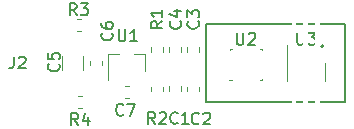
<source format=gto>
G04 #@! TF.GenerationSoftware,KiCad,Pcbnew,(5.1.0-1220-ga833aeeac)*
G04 #@! TF.CreationDate,2019-08-17T01:52:11+03:00*
G04 #@! TF.ProjectId,proto_II_sensor_kicad,70726f74-6f5f-4494-995f-73656e736f72,rev?*
G04 #@! TF.SameCoordinates,Original*
G04 #@! TF.FileFunction,Legend,Top*
G04 #@! TF.FilePolarity,Positive*
%FSLAX46Y46*%
G04 Gerber Fmt 4.6, Leading zero omitted, Abs format (unit mm)*
G04 Created by KiCad (PCBNEW (5.1.0-1220-ga833aeeac)) date 2019-08-17 01:52:11*
%MOMM*%
%LPD*%
G04 APERTURE LIST*
%ADD10C,0.150000*%
%ADD11C,0.120000*%
%ADD12C,0.100000*%
%ADD13C,1.000000*%
%ADD14R,4.000000X2.000000*%
%ADD15C,0.160000*%
%ADD16C,0.950000*%
%ADD17C,0.500000*%
%ADD18C,1.500000*%
%ADD19C,0.400000*%
%ADD20R,2.000000X0.350000*%
%ADD21R,0.800000X0.900000*%
%ADD22C,1.425000*%
G04 APERTURE END LIST*
D10*
X52500000Y-24950000D02*
X52500000Y-25150000D01*
X52500000Y-31550000D02*
X57700000Y-31550000D01*
X57700000Y-24950000D02*
X52500000Y-24950000D01*
X52500000Y-31350000D02*
X52500000Y-31550000D01*
X52500000Y-25150000D02*
X52500000Y-31350000D01*
X57700000Y-31550000D02*
X64300000Y-31550000D01*
X64300000Y-31550000D02*
X64300000Y-24950000D01*
X64300000Y-24950000D02*
X57700000Y-24950000D01*
D11*
X45982267Y-31236500D02*
X45639733Y-31236500D01*
X45982267Y-30216500D02*
X45639733Y-30216500D01*
X43717500Y-28078733D02*
X43717500Y-28421267D01*
X42697500Y-28078733D02*
X42697500Y-28421267D01*
X62597500Y-28250000D02*
X62597500Y-29750000D01*
X59377500Y-26750000D02*
X59377500Y-29750000D01*
D10*
X62487500Y-26850000D02*
G75*
G03X62487500Y-26850000I-100000J0D01*
G01*
D12*
X57267500Y-29727000D02*
X57267500Y-29577000D01*
X57257500Y-29727000D02*
X57107500Y-29727000D01*
X57257500Y-27027000D02*
X57107500Y-27027000D01*
X57257500Y-27027000D02*
X57257500Y-27177000D01*
X54557500Y-27177000D02*
X54557500Y-27027000D01*
X54557500Y-27027000D02*
X54707500Y-27027000D01*
X54707500Y-29727000D02*
X54457500Y-29727000D01*
D11*
X47391000Y-27490000D02*
X46461000Y-27490000D01*
X44231000Y-27490000D02*
X45161000Y-27490000D01*
X44231000Y-27490000D02*
X44231000Y-29650000D01*
X47391000Y-27490000D02*
X47391000Y-28950000D01*
X41702733Y-31042000D02*
X42045267Y-31042000D01*
X41702733Y-32062000D02*
X42045267Y-32062000D01*
X41575733Y-24501500D02*
X41918267Y-24501500D01*
X41575733Y-25521500D02*
X41918267Y-25521500D01*
X48861000Y-30301233D02*
X48861000Y-30643767D01*
X47841000Y-30301233D02*
X47841000Y-30643767D01*
X47841000Y-27278267D02*
X47841000Y-26935733D01*
X48861000Y-27278267D02*
X48861000Y-26935733D01*
X42149000Y-27647936D02*
X42149000Y-28852064D01*
X40329000Y-27647936D02*
X40329000Y-28852064D01*
X49365000Y-27278267D02*
X49365000Y-26935733D01*
X50385000Y-27278267D02*
X50385000Y-26935733D01*
X50889000Y-27278267D02*
X50889000Y-26935733D01*
X51909000Y-27278267D02*
X51909000Y-26935733D01*
X51910000Y-30278733D02*
X51910000Y-30621267D01*
X50890000Y-30278733D02*
X50890000Y-30621267D01*
X50385000Y-30237733D02*
X50385000Y-30580267D01*
X49365000Y-30237733D02*
X49365000Y-30580267D01*
D10*
X36266666Y-27702380D02*
X36266666Y-28416666D01*
X36219047Y-28559523D01*
X36123809Y-28654761D01*
X35980952Y-28702380D01*
X35885714Y-28702380D01*
X36695238Y-27797619D02*
X36742857Y-27750000D01*
X36838095Y-27702380D01*
X37076190Y-27702380D01*
X37171428Y-27750000D01*
X37219047Y-27797619D01*
X37266666Y-27892857D01*
X37266666Y-27988095D01*
X37219047Y-28130952D01*
X36647619Y-28702380D01*
X37266666Y-28702380D01*
X45533333Y-32607142D02*
X45485714Y-32654761D01*
X45342857Y-32702380D01*
X45247619Y-32702380D01*
X45104761Y-32654761D01*
X45009523Y-32559523D01*
X44961904Y-32464285D01*
X44914285Y-32273809D01*
X44914285Y-32130952D01*
X44961904Y-31940476D01*
X45009523Y-31845238D01*
X45104761Y-31750000D01*
X45247619Y-31702380D01*
X45342857Y-31702380D01*
X45485714Y-31750000D01*
X45533333Y-31797619D01*
X45866666Y-31702380D02*
X46533333Y-31702380D01*
X46104761Y-32702380D01*
X44557142Y-25716666D02*
X44604761Y-25764285D01*
X44652380Y-25907142D01*
X44652380Y-26002380D01*
X44604761Y-26145238D01*
X44509523Y-26240476D01*
X44414285Y-26288095D01*
X44223809Y-26335714D01*
X44080952Y-26335714D01*
X43890476Y-26288095D01*
X43795238Y-26240476D01*
X43700000Y-26145238D01*
X43652380Y-26002380D01*
X43652380Y-25907142D01*
X43700000Y-25764285D01*
X43747619Y-25716666D01*
X43652380Y-24859523D02*
X43652380Y-25050000D01*
X43700000Y-25145238D01*
X43747619Y-25192857D01*
X43890476Y-25288095D01*
X44080952Y-25335714D01*
X44461904Y-25335714D01*
X44557142Y-25288095D01*
X44604761Y-25240476D01*
X44652380Y-25145238D01*
X44652380Y-24954761D01*
X44604761Y-24859523D01*
X44557142Y-24811904D01*
X44461904Y-24764285D01*
X44223809Y-24764285D01*
X44128571Y-24811904D01*
X44080952Y-24859523D01*
X44033333Y-24954761D01*
X44033333Y-25145238D01*
X44080952Y-25240476D01*
X44128571Y-25288095D01*
X44223809Y-25335714D01*
X60238095Y-25702380D02*
X60238095Y-26511904D01*
X60285714Y-26607142D01*
X60333333Y-26654761D01*
X60428571Y-26702380D01*
X60619047Y-26702380D01*
X60714285Y-26654761D01*
X60761904Y-26607142D01*
X60809523Y-26511904D01*
X60809523Y-25702380D01*
X61190476Y-25702380D02*
X61809523Y-25702380D01*
X61476190Y-26083333D01*
X61619047Y-26083333D01*
X61714285Y-26130952D01*
X61761904Y-26178571D01*
X61809523Y-26273809D01*
X61809523Y-26511904D01*
X61761904Y-26607142D01*
X61714285Y-26654761D01*
X61619047Y-26702380D01*
X61333333Y-26702380D01*
X61238095Y-26654761D01*
X61190476Y-26607142D01*
X55138095Y-25702380D02*
X55138095Y-26511904D01*
X55185714Y-26607142D01*
X55233333Y-26654761D01*
X55328571Y-26702380D01*
X55519047Y-26702380D01*
X55614285Y-26654761D01*
X55661904Y-26607142D01*
X55709523Y-26511904D01*
X55709523Y-25702380D01*
X56138095Y-25797619D02*
X56185714Y-25750000D01*
X56280952Y-25702380D01*
X56519047Y-25702380D01*
X56614285Y-25750000D01*
X56661904Y-25797619D01*
X56709523Y-25892857D01*
X56709523Y-25988095D01*
X56661904Y-26130952D01*
X56090476Y-26702380D01*
X56709523Y-26702380D01*
X45138095Y-25402380D02*
X45138095Y-26211904D01*
X45185714Y-26307142D01*
X45233333Y-26354761D01*
X45328571Y-26402380D01*
X45519047Y-26402380D01*
X45614285Y-26354761D01*
X45661904Y-26307142D01*
X45709523Y-26211904D01*
X45709523Y-25402380D01*
X46709523Y-26402380D02*
X46138095Y-26402380D01*
X46423809Y-26402380D02*
X46423809Y-25402380D01*
X46328571Y-25545238D01*
X46233333Y-25640476D01*
X46138095Y-25688095D01*
X41707333Y-33502380D02*
X41374000Y-33026190D01*
X41135904Y-33502380D02*
X41135904Y-32502380D01*
X41516857Y-32502380D01*
X41612095Y-32550000D01*
X41659714Y-32597619D01*
X41707333Y-32692857D01*
X41707333Y-32835714D01*
X41659714Y-32930952D01*
X41612095Y-32978571D01*
X41516857Y-33026190D01*
X41135904Y-33026190D01*
X42564476Y-32835714D02*
X42564476Y-33502380D01*
X42326380Y-32454761D02*
X42088285Y-33169047D01*
X42707333Y-33169047D01*
X41580333Y-24202380D02*
X41247000Y-23726190D01*
X41008904Y-24202380D02*
X41008904Y-23202380D01*
X41389857Y-23202380D01*
X41485095Y-23250000D01*
X41532714Y-23297619D01*
X41580333Y-23392857D01*
X41580333Y-23535714D01*
X41532714Y-23630952D01*
X41485095Y-23678571D01*
X41389857Y-23726190D01*
X41008904Y-23726190D01*
X41913666Y-23202380D02*
X42532714Y-23202380D01*
X42199380Y-23583333D01*
X42342238Y-23583333D01*
X42437476Y-23630952D01*
X42485095Y-23678571D01*
X42532714Y-23773809D01*
X42532714Y-24011904D01*
X42485095Y-24107142D01*
X42437476Y-24154761D01*
X42342238Y-24202380D01*
X42056523Y-24202380D01*
X41961285Y-24154761D01*
X41913666Y-24107142D01*
X48233333Y-33402380D02*
X47900000Y-32926190D01*
X47661904Y-33402380D02*
X47661904Y-32402380D01*
X48042857Y-32402380D01*
X48138095Y-32450000D01*
X48185714Y-32497619D01*
X48233333Y-32592857D01*
X48233333Y-32735714D01*
X48185714Y-32830952D01*
X48138095Y-32878571D01*
X48042857Y-32926190D01*
X47661904Y-32926190D01*
X48614285Y-32497619D02*
X48661904Y-32450000D01*
X48757142Y-32402380D01*
X48995238Y-32402380D01*
X49090476Y-32450000D01*
X49138095Y-32497619D01*
X49185714Y-32592857D01*
X49185714Y-32688095D01*
X49138095Y-32830952D01*
X48566666Y-33402380D01*
X49185714Y-33402380D01*
X48852380Y-24716666D02*
X48376190Y-25050000D01*
X48852380Y-25288095D02*
X47852380Y-25288095D01*
X47852380Y-24907142D01*
X47900000Y-24811904D01*
X47947619Y-24764285D01*
X48042857Y-24716666D01*
X48185714Y-24716666D01*
X48280952Y-24764285D01*
X48328571Y-24811904D01*
X48376190Y-24907142D01*
X48376190Y-25288095D01*
X48852380Y-23764285D02*
X48852380Y-24335714D01*
X48852380Y-24050000D02*
X47852380Y-24050000D01*
X47995238Y-24145238D01*
X48090476Y-24240476D01*
X48138095Y-24335714D01*
X40057142Y-28316666D02*
X40104761Y-28364285D01*
X40152380Y-28507142D01*
X40152380Y-28602380D01*
X40104761Y-28745238D01*
X40009523Y-28840476D01*
X39914285Y-28888095D01*
X39723809Y-28935714D01*
X39580952Y-28935714D01*
X39390476Y-28888095D01*
X39295238Y-28840476D01*
X39200000Y-28745238D01*
X39152380Y-28602380D01*
X39152380Y-28507142D01*
X39200000Y-28364285D01*
X39247619Y-28316666D01*
X39152380Y-27411904D02*
X39152380Y-27888095D01*
X39628571Y-27935714D01*
X39580952Y-27888095D01*
X39533333Y-27792857D01*
X39533333Y-27554761D01*
X39580952Y-27459523D01*
X39628571Y-27411904D01*
X39723809Y-27364285D01*
X39961904Y-27364285D01*
X40057142Y-27411904D01*
X40104761Y-27459523D01*
X40152380Y-27554761D01*
X40152380Y-27792857D01*
X40104761Y-27888095D01*
X40057142Y-27935714D01*
X50357142Y-24716666D02*
X50404761Y-24764285D01*
X50452380Y-24907142D01*
X50452380Y-25002380D01*
X50404761Y-25145238D01*
X50309523Y-25240476D01*
X50214285Y-25288095D01*
X50023809Y-25335714D01*
X49880952Y-25335714D01*
X49690476Y-25288095D01*
X49595238Y-25240476D01*
X49500000Y-25145238D01*
X49452380Y-25002380D01*
X49452380Y-24907142D01*
X49500000Y-24764285D01*
X49547619Y-24716666D01*
X49785714Y-23859523D02*
X50452380Y-23859523D01*
X49404761Y-24097619D02*
X50119047Y-24335714D01*
X50119047Y-23716666D01*
X51857142Y-24716666D02*
X51904761Y-24764285D01*
X51952380Y-24907142D01*
X51952380Y-25002380D01*
X51904761Y-25145238D01*
X51809523Y-25240476D01*
X51714285Y-25288095D01*
X51523809Y-25335714D01*
X51380952Y-25335714D01*
X51190476Y-25288095D01*
X51095238Y-25240476D01*
X51000000Y-25145238D01*
X50952380Y-25002380D01*
X50952380Y-24907142D01*
X51000000Y-24764285D01*
X51047619Y-24716666D01*
X50952380Y-24383333D02*
X50952380Y-23764285D01*
X51333333Y-24097619D01*
X51333333Y-23954761D01*
X51380952Y-23859523D01*
X51428571Y-23811904D01*
X51523809Y-23764285D01*
X51761904Y-23764285D01*
X51857142Y-23811904D01*
X51904761Y-23859523D01*
X51952380Y-23954761D01*
X51952380Y-24240476D01*
X51904761Y-24335714D01*
X51857142Y-24383333D01*
X51934333Y-33362142D02*
X51886714Y-33409761D01*
X51743857Y-33457380D01*
X51648619Y-33457380D01*
X51505761Y-33409761D01*
X51410523Y-33314523D01*
X51362904Y-33219285D01*
X51315285Y-33028809D01*
X51315285Y-32885952D01*
X51362904Y-32695476D01*
X51410523Y-32600238D01*
X51505761Y-32505000D01*
X51648619Y-32457380D01*
X51743857Y-32457380D01*
X51886714Y-32505000D01*
X51934333Y-32552619D01*
X52315285Y-32552619D02*
X52362904Y-32505000D01*
X52458142Y-32457380D01*
X52696238Y-32457380D01*
X52791476Y-32505000D01*
X52839095Y-32552619D01*
X52886714Y-32647857D01*
X52886714Y-32743095D01*
X52839095Y-32885952D01*
X52267666Y-33457380D01*
X52886714Y-33457380D01*
X50133333Y-33307142D02*
X50085714Y-33354761D01*
X49942857Y-33402380D01*
X49847619Y-33402380D01*
X49704761Y-33354761D01*
X49609523Y-33259523D01*
X49561904Y-33164285D01*
X49514285Y-32973809D01*
X49514285Y-32830952D01*
X49561904Y-32640476D01*
X49609523Y-32545238D01*
X49704761Y-32450000D01*
X49847619Y-32402380D01*
X49942857Y-32402380D01*
X50085714Y-32450000D01*
X50133333Y-32497619D01*
X51085714Y-33402380D02*
X50514285Y-33402380D01*
X50800000Y-33402380D02*
X50800000Y-32402380D01*
X50704761Y-32545238D01*
X50609523Y-32640476D01*
X50514285Y-32688095D01*
%LPC*%
D13*
X53200000Y-25650000D03*
X53200000Y-30850000D03*
X63600000Y-30850000D03*
X58400000Y-30850000D03*
X63600000Y-25650000D03*
X58400000Y-25650000D03*
D14*
X37800000Y-30750000D03*
X37800000Y-25750000D03*
D15*
G36*
X45314387Y-30269579D02*
G01*
X45391438Y-30321062D01*
X45442921Y-30398113D01*
X45461000Y-30489000D01*
X45461000Y-30964000D01*
X45442921Y-31054887D01*
X45391438Y-31131938D01*
X45314387Y-31183421D01*
X45223500Y-31201500D01*
X44648500Y-31201500D01*
X44557613Y-31183421D01*
X44480562Y-31131938D01*
X44429079Y-31054887D01*
X44411000Y-30964000D01*
X44411000Y-30489000D01*
X44429079Y-30398113D01*
X44480562Y-30321062D01*
X44557613Y-30269579D01*
X44648500Y-30251500D01*
X45223500Y-30251500D01*
X45314387Y-30269579D01*
X45314387Y-30269579D01*
G37*
D16*
X44936000Y-30726500D03*
D15*
G36*
X47064387Y-30269579D02*
G01*
X47141438Y-30321062D01*
X47192921Y-30398113D01*
X47211000Y-30489000D01*
X47211000Y-30964000D01*
X47192921Y-31054887D01*
X47141438Y-31131938D01*
X47064387Y-31183421D01*
X46973500Y-31201500D01*
X46398500Y-31201500D01*
X46307613Y-31183421D01*
X46230562Y-31131938D01*
X46179079Y-31054887D01*
X46161000Y-30964000D01*
X46161000Y-30489000D01*
X46179079Y-30398113D01*
X46230562Y-30321062D01*
X46307613Y-30269579D01*
X46398500Y-30251500D01*
X46973500Y-30251500D01*
X47064387Y-30269579D01*
X47064387Y-30269579D01*
G37*
D16*
X46686000Y-30726500D03*
D15*
G36*
X43535887Y-28618079D02*
G01*
X43612938Y-28669562D01*
X43664421Y-28746613D01*
X43682500Y-28837500D01*
X43682500Y-29412500D01*
X43664421Y-29503387D01*
X43612938Y-29580438D01*
X43535887Y-29631921D01*
X43445000Y-29650000D01*
X42970000Y-29650000D01*
X42879113Y-29631921D01*
X42802062Y-29580438D01*
X42750579Y-29503387D01*
X42732500Y-29412500D01*
X42732500Y-28837500D01*
X42750579Y-28746613D01*
X42802062Y-28669562D01*
X42879113Y-28618079D01*
X42970000Y-28600000D01*
X43445000Y-28600000D01*
X43535887Y-28618079D01*
X43535887Y-28618079D01*
G37*
D16*
X43207500Y-29125000D03*
D15*
G36*
X43535887Y-26868079D02*
G01*
X43612938Y-26919562D01*
X43664421Y-26996613D01*
X43682500Y-27087500D01*
X43682500Y-27662500D01*
X43664421Y-27753387D01*
X43612938Y-27830438D01*
X43535887Y-27881921D01*
X43445000Y-27900000D01*
X42970000Y-27900000D01*
X42879113Y-27881921D01*
X42802062Y-27830438D01*
X42750579Y-27753387D01*
X42732500Y-27662500D01*
X42732500Y-27087500D01*
X42750579Y-26996613D01*
X42802062Y-26919562D01*
X42879113Y-26868079D01*
X42970000Y-26850000D01*
X43445000Y-26850000D01*
X43535887Y-26868079D01*
X43535887Y-26868079D01*
G37*
D16*
X43207500Y-27375000D03*
D17*
X60387500Y-28650000D03*
X60387500Y-27850000D03*
X60987500Y-28250000D03*
X61587500Y-28650000D03*
X61587500Y-27850000D03*
D15*
G36*
X62033171Y-27519030D02*
G01*
X62114277Y-27573223D01*
X62168470Y-27654329D01*
X62187500Y-27750000D01*
X62187500Y-28750000D01*
X62168470Y-28845671D01*
X62114277Y-28926777D01*
X62033171Y-28980970D01*
X61937500Y-29000000D01*
X60037500Y-29000000D01*
X59941829Y-28980970D01*
X59860723Y-28926777D01*
X59806530Y-28845671D01*
X59787500Y-28750000D01*
X59787500Y-27750000D01*
X59806530Y-27654329D01*
X59860723Y-27573223D01*
X59941829Y-27519030D01*
X60037500Y-27500000D01*
X61937500Y-27500000D01*
X62033171Y-27519030D01*
X62033171Y-27519030D01*
G37*
D18*
X60987500Y-28250000D03*
D15*
G36*
X62125768Y-29307612D02*
G01*
X62158211Y-29329289D01*
X62179888Y-29361732D01*
X62187500Y-29400000D01*
X62187500Y-32200000D01*
X62179888Y-32238268D01*
X62158211Y-32270711D01*
X62125768Y-32292388D01*
X62087500Y-32300000D01*
X61887500Y-32300000D01*
X61849232Y-32292388D01*
X61816789Y-32270711D01*
X61795112Y-32238268D01*
X61787500Y-32200000D01*
X61787500Y-29400000D01*
X61795112Y-29361732D01*
X61816789Y-29329289D01*
X61849232Y-29307612D01*
X61887500Y-29300000D01*
X62087500Y-29300000D01*
X62125768Y-29307612D01*
X62125768Y-29307612D01*
G37*
D19*
X61987500Y-30800000D03*
D15*
G36*
X61125768Y-29307612D02*
G01*
X61158211Y-29329289D01*
X61179888Y-29361732D01*
X61187500Y-29400000D01*
X61187500Y-32200000D01*
X61179888Y-32238268D01*
X61158211Y-32270711D01*
X61125768Y-32292388D01*
X61087500Y-32300000D01*
X60887500Y-32300000D01*
X60849232Y-32292388D01*
X60816789Y-32270711D01*
X60795112Y-32238268D01*
X60787500Y-32200000D01*
X60787500Y-29400000D01*
X60795112Y-29361732D01*
X60816789Y-29329289D01*
X60849232Y-29307612D01*
X60887500Y-29300000D01*
X61087500Y-29300000D01*
X61125768Y-29307612D01*
X61125768Y-29307612D01*
G37*
D19*
X60987500Y-30800000D03*
D15*
G36*
X60125768Y-29307612D02*
G01*
X60158211Y-29329289D01*
X60179888Y-29361732D01*
X60187500Y-29400000D01*
X60187500Y-32200000D01*
X60179888Y-32238268D01*
X60158211Y-32270711D01*
X60125768Y-32292388D01*
X60087500Y-32300000D01*
X59887500Y-32300000D01*
X59849232Y-32292388D01*
X59816789Y-32270711D01*
X59795112Y-32238268D01*
X59787500Y-32200000D01*
X59787500Y-29400000D01*
X59795112Y-29361732D01*
X59816789Y-29329289D01*
X59849232Y-29307612D01*
X59887500Y-29300000D01*
X60087500Y-29300000D01*
X60125768Y-29307612D01*
X60125768Y-29307612D01*
G37*
D19*
X59987500Y-30800000D03*
D15*
G36*
X60125768Y-24207612D02*
G01*
X60158211Y-24229289D01*
X60179888Y-24261732D01*
X60187500Y-24300000D01*
X60187500Y-27100000D01*
X60179888Y-27138268D01*
X60158211Y-27170711D01*
X60125768Y-27192388D01*
X60087500Y-27200000D01*
X59887500Y-27200000D01*
X59849232Y-27192388D01*
X59816789Y-27170711D01*
X59795112Y-27138268D01*
X59787500Y-27100000D01*
X59787500Y-24300000D01*
X59795112Y-24261732D01*
X59816789Y-24229289D01*
X59849232Y-24207612D01*
X59887500Y-24200000D01*
X60087500Y-24200000D01*
X60125768Y-24207612D01*
X60125768Y-24207612D01*
G37*
D19*
X59987500Y-25700000D03*
D15*
G36*
X61125768Y-24207612D02*
G01*
X61158211Y-24229289D01*
X61179888Y-24261732D01*
X61187500Y-24300000D01*
X61187500Y-27100000D01*
X61179888Y-27138268D01*
X61158211Y-27170711D01*
X61125768Y-27192388D01*
X61087500Y-27200000D01*
X60887500Y-27200000D01*
X60849232Y-27192388D01*
X60816789Y-27170711D01*
X60795112Y-27138268D01*
X60787500Y-27100000D01*
X60787500Y-24300000D01*
X60795112Y-24261732D01*
X60816789Y-24229289D01*
X60849232Y-24207612D01*
X60887500Y-24200000D01*
X61087500Y-24200000D01*
X61125768Y-24207612D01*
X61125768Y-24207612D01*
G37*
D19*
X60987500Y-25700000D03*
D15*
G36*
X62125768Y-24207612D02*
G01*
X62158211Y-24229289D01*
X62179888Y-24261732D01*
X62187500Y-24300000D01*
X62187500Y-27100000D01*
X62179888Y-27138268D01*
X62158211Y-27170711D01*
X62125768Y-27192388D01*
X62087500Y-27200000D01*
X61887500Y-27200000D01*
X61849232Y-27192388D01*
X61816789Y-27170711D01*
X61795112Y-27138268D01*
X61787500Y-27100000D01*
X61787500Y-24300000D01*
X61795112Y-24261732D01*
X61816789Y-24229289D01*
X61849232Y-24207612D01*
X61887500Y-24200000D01*
X62087500Y-24200000D01*
X62125768Y-24207612D01*
X62125768Y-24207612D01*
G37*
D19*
X61987500Y-25700000D03*
D15*
G36*
X62032862Y-27519068D02*
G01*
X62114130Y-27573370D01*
X62168432Y-27654638D01*
X62187500Y-27750500D01*
X62187500Y-28749500D01*
X62168432Y-28845362D01*
X62114130Y-28926630D01*
X62032862Y-28980932D01*
X61937000Y-29000000D01*
X60038000Y-29000000D01*
X59942138Y-28980932D01*
X59860870Y-28926630D01*
X59806568Y-28845362D01*
X59787500Y-28749500D01*
X59787500Y-27750500D01*
X59806568Y-27654638D01*
X59860870Y-27573370D01*
X59942138Y-27519068D01*
X60038000Y-27500000D01*
X61937000Y-27500000D01*
X62032862Y-27519068D01*
X62032862Y-27519068D01*
G37*
D18*
X60987500Y-28250000D03*
D20*
X54382500Y-27402000D03*
X54382500Y-28052000D03*
X54382500Y-28702000D03*
X54382500Y-29352000D03*
X57432500Y-29352000D03*
X57432500Y-28702000D03*
X57432500Y-28052000D03*
X57432500Y-27402000D03*
D21*
X45811000Y-27250000D03*
X46761000Y-29250000D03*
X44861000Y-29250000D03*
D15*
G36*
X43127387Y-31095079D02*
G01*
X43204438Y-31146562D01*
X43255921Y-31223613D01*
X43274000Y-31314500D01*
X43274000Y-31789500D01*
X43255921Y-31880387D01*
X43204438Y-31957438D01*
X43127387Y-32008921D01*
X43036500Y-32027000D01*
X42461500Y-32027000D01*
X42370613Y-32008921D01*
X42293562Y-31957438D01*
X42242079Y-31880387D01*
X42224000Y-31789500D01*
X42224000Y-31314500D01*
X42242079Y-31223613D01*
X42293562Y-31146562D01*
X42370613Y-31095079D01*
X42461500Y-31077000D01*
X43036500Y-31077000D01*
X43127387Y-31095079D01*
X43127387Y-31095079D01*
G37*
D16*
X42749000Y-31552000D03*
D15*
G36*
X41377387Y-31095079D02*
G01*
X41454438Y-31146562D01*
X41505921Y-31223613D01*
X41524000Y-31314500D01*
X41524000Y-31789500D01*
X41505921Y-31880387D01*
X41454438Y-31957438D01*
X41377387Y-32008921D01*
X41286500Y-32027000D01*
X40711500Y-32027000D01*
X40620613Y-32008921D01*
X40543562Y-31957438D01*
X40492079Y-31880387D01*
X40474000Y-31789500D01*
X40474000Y-31314500D01*
X40492079Y-31223613D01*
X40543562Y-31146562D01*
X40620613Y-31095079D01*
X40711500Y-31077000D01*
X41286500Y-31077000D01*
X41377387Y-31095079D01*
X41377387Y-31095079D01*
G37*
D16*
X40999000Y-31552000D03*
D15*
G36*
X43000387Y-24554579D02*
G01*
X43077438Y-24606062D01*
X43128921Y-24683113D01*
X43147000Y-24774000D01*
X43147000Y-25249000D01*
X43128921Y-25339887D01*
X43077438Y-25416938D01*
X43000387Y-25468421D01*
X42909500Y-25486500D01*
X42334500Y-25486500D01*
X42243613Y-25468421D01*
X42166562Y-25416938D01*
X42115079Y-25339887D01*
X42097000Y-25249000D01*
X42097000Y-24774000D01*
X42115079Y-24683113D01*
X42166562Y-24606062D01*
X42243613Y-24554579D01*
X42334500Y-24536500D01*
X42909500Y-24536500D01*
X43000387Y-24554579D01*
X43000387Y-24554579D01*
G37*
D16*
X42622000Y-25011500D03*
D15*
G36*
X41250387Y-24554579D02*
G01*
X41327438Y-24606062D01*
X41378921Y-24683113D01*
X41397000Y-24774000D01*
X41397000Y-25249000D01*
X41378921Y-25339887D01*
X41327438Y-25416938D01*
X41250387Y-25468421D01*
X41159500Y-25486500D01*
X40584500Y-25486500D01*
X40493613Y-25468421D01*
X40416562Y-25416938D01*
X40365079Y-25339887D01*
X40347000Y-25249000D01*
X40347000Y-24774000D01*
X40365079Y-24683113D01*
X40416562Y-24606062D01*
X40493613Y-24554579D01*
X40584500Y-24536500D01*
X41159500Y-24536500D01*
X41250387Y-24554579D01*
X41250387Y-24554579D01*
G37*
D16*
X40872000Y-25011500D03*
D15*
G36*
X48679387Y-30840579D02*
G01*
X48756438Y-30892062D01*
X48807921Y-30969113D01*
X48826000Y-31060000D01*
X48826000Y-31635000D01*
X48807921Y-31725887D01*
X48756438Y-31802938D01*
X48679387Y-31854421D01*
X48588500Y-31872500D01*
X48113500Y-31872500D01*
X48022613Y-31854421D01*
X47945562Y-31802938D01*
X47894079Y-31725887D01*
X47876000Y-31635000D01*
X47876000Y-31060000D01*
X47894079Y-30969113D01*
X47945562Y-30892062D01*
X48022613Y-30840579D01*
X48113500Y-30822500D01*
X48588500Y-30822500D01*
X48679387Y-30840579D01*
X48679387Y-30840579D01*
G37*
D16*
X48351000Y-31347500D03*
D15*
G36*
X48679387Y-29090579D02*
G01*
X48756438Y-29142062D01*
X48807921Y-29219113D01*
X48826000Y-29310000D01*
X48826000Y-29885000D01*
X48807921Y-29975887D01*
X48756438Y-30052938D01*
X48679387Y-30104421D01*
X48588500Y-30122500D01*
X48113500Y-30122500D01*
X48022613Y-30104421D01*
X47945562Y-30052938D01*
X47894079Y-29975887D01*
X47876000Y-29885000D01*
X47876000Y-29310000D01*
X47894079Y-29219113D01*
X47945562Y-29142062D01*
X48022613Y-29090579D01*
X48113500Y-29072500D01*
X48588500Y-29072500D01*
X48679387Y-29090579D01*
X48679387Y-29090579D01*
G37*
D16*
X48351000Y-29597500D03*
D15*
G36*
X48679387Y-25725079D02*
G01*
X48756438Y-25776562D01*
X48807921Y-25853613D01*
X48826000Y-25944500D01*
X48826000Y-26519500D01*
X48807921Y-26610387D01*
X48756438Y-26687438D01*
X48679387Y-26738921D01*
X48588500Y-26757000D01*
X48113500Y-26757000D01*
X48022613Y-26738921D01*
X47945562Y-26687438D01*
X47894079Y-26610387D01*
X47876000Y-26519500D01*
X47876000Y-25944500D01*
X47894079Y-25853613D01*
X47945562Y-25776562D01*
X48022613Y-25725079D01*
X48113500Y-25707000D01*
X48588500Y-25707000D01*
X48679387Y-25725079D01*
X48679387Y-25725079D01*
G37*
D16*
X48351000Y-26232000D03*
D15*
G36*
X48679387Y-27475079D02*
G01*
X48756438Y-27526562D01*
X48807921Y-27603613D01*
X48826000Y-27694500D01*
X48826000Y-28269500D01*
X48807921Y-28360387D01*
X48756438Y-28437438D01*
X48679387Y-28488921D01*
X48588500Y-28507000D01*
X48113500Y-28507000D01*
X48022613Y-28488921D01*
X47945562Y-28437438D01*
X47894079Y-28360387D01*
X47876000Y-28269500D01*
X47876000Y-27694500D01*
X47894079Y-27603613D01*
X47945562Y-27526562D01*
X48022613Y-27475079D01*
X48113500Y-27457000D01*
X48588500Y-27457000D01*
X48679387Y-27475079D01*
X48679387Y-27475079D01*
G37*
D16*
X48351000Y-27982000D03*
D15*
G36*
X41959671Y-29044030D02*
G01*
X42040777Y-29098223D01*
X42094970Y-29179329D01*
X42114000Y-29275000D01*
X42114000Y-30200000D01*
X42094970Y-30295671D01*
X42040777Y-30376777D01*
X41959671Y-30430970D01*
X41864000Y-30450000D01*
X40614000Y-30450000D01*
X40518329Y-30430970D01*
X40437223Y-30376777D01*
X40383030Y-30295671D01*
X40364000Y-30200000D01*
X40364000Y-29275000D01*
X40383030Y-29179329D01*
X40437223Y-29098223D01*
X40518329Y-29044030D01*
X40614000Y-29025000D01*
X41864000Y-29025000D01*
X41959671Y-29044030D01*
X41959671Y-29044030D01*
G37*
D22*
X41239000Y-29737500D03*
D15*
G36*
X41959671Y-26069030D02*
G01*
X42040777Y-26123223D01*
X42094970Y-26204329D01*
X42114000Y-26300000D01*
X42114000Y-27225000D01*
X42094970Y-27320671D01*
X42040777Y-27401777D01*
X41959671Y-27455970D01*
X41864000Y-27475000D01*
X40614000Y-27475000D01*
X40518329Y-27455970D01*
X40437223Y-27401777D01*
X40383030Y-27320671D01*
X40364000Y-27225000D01*
X40364000Y-26300000D01*
X40383030Y-26204329D01*
X40437223Y-26123223D01*
X40518329Y-26069030D01*
X40614000Y-26050000D01*
X41864000Y-26050000D01*
X41959671Y-26069030D01*
X41959671Y-26069030D01*
G37*
D22*
X41239000Y-26762500D03*
D15*
G36*
X50203387Y-25725079D02*
G01*
X50280438Y-25776562D01*
X50331921Y-25853613D01*
X50350000Y-25944500D01*
X50350000Y-26519500D01*
X50331921Y-26610387D01*
X50280438Y-26687438D01*
X50203387Y-26738921D01*
X50112500Y-26757000D01*
X49637500Y-26757000D01*
X49546613Y-26738921D01*
X49469562Y-26687438D01*
X49418079Y-26610387D01*
X49400000Y-26519500D01*
X49400000Y-25944500D01*
X49418079Y-25853613D01*
X49469562Y-25776562D01*
X49546613Y-25725079D01*
X49637500Y-25707000D01*
X50112500Y-25707000D01*
X50203387Y-25725079D01*
X50203387Y-25725079D01*
G37*
D16*
X49875000Y-26232000D03*
D15*
G36*
X50203387Y-27475079D02*
G01*
X50280438Y-27526562D01*
X50331921Y-27603613D01*
X50350000Y-27694500D01*
X50350000Y-28269500D01*
X50331921Y-28360387D01*
X50280438Y-28437438D01*
X50203387Y-28488921D01*
X50112500Y-28507000D01*
X49637500Y-28507000D01*
X49546613Y-28488921D01*
X49469562Y-28437438D01*
X49418079Y-28360387D01*
X49400000Y-28269500D01*
X49400000Y-27694500D01*
X49418079Y-27603613D01*
X49469562Y-27526562D01*
X49546613Y-27475079D01*
X49637500Y-27457000D01*
X50112500Y-27457000D01*
X50203387Y-27475079D01*
X50203387Y-27475079D01*
G37*
D16*
X49875000Y-27982000D03*
D15*
G36*
X51727387Y-25725079D02*
G01*
X51804438Y-25776562D01*
X51855921Y-25853613D01*
X51874000Y-25944500D01*
X51874000Y-26519500D01*
X51855921Y-26610387D01*
X51804438Y-26687438D01*
X51727387Y-26738921D01*
X51636500Y-26757000D01*
X51161500Y-26757000D01*
X51070613Y-26738921D01*
X50993562Y-26687438D01*
X50942079Y-26610387D01*
X50924000Y-26519500D01*
X50924000Y-25944500D01*
X50942079Y-25853613D01*
X50993562Y-25776562D01*
X51070613Y-25725079D01*
X51161500Y-25707000D01*
X51636500Y-25707000D01*
X51727387Y-25725079D01*
X51727387Y-25725079D01*
G37*
D16*
X51399000Y-26232000D03*
D15*
G36*
X51727387Y-27475079D02*
G01*
X51804438Y-27526562D01*
X51855921Y-27603613D01*
X51874000Y-27694500D01*
X51874000Y-28269500D01*
X51855921Y-28360387D01*
X51804438Y-28437438D01*
X51727387Y-28488921D01*
X51636500Y-28507000D01*
X51161500Y-28507000D01*
X51070613Y-28488921D01*
X50993562Y-28437438D01*
X50942079Y-28360387D01*
X50924000Y-28269500D01*
X50924000Y-27694500D01*
X50942079Y-27603613D01*
X50993562Y-27526562D01*
X51070613Y-27475079D01*
X51161500Y-27457000D01*
X51636500Y-27457000D01*
X51727387Y-27475079D01*
X51727387Y-27475079D01*
G37*
D16*
X51399000Y-27982000D03*
D15*
G36*
X51728387Y-30818079D02*
G01*
X51805438Y-30869562D01*
X51856921Y-30946613D01*
X51875000Y-31037500D01*
X51875000Y-31612500D01*
X51856921Y-31703387D01*
X51805438Y-31780438D01*
X51728387Y-31831921D01*
X51637500Y-31850000D01*
X51162500Y-31850000D01*
X51071613Y-31831921D01*
X50994562Y-31780438D01*
X50943079Y-31703387D01*
X50925000Y-31612500D01*
X50925000Y-31037500D01*
X50943079Y-30946613D01*
X50994562Y-30869562D01*
X51071613Y-30818079D01*
X51162500Y-30800000D01*
X51637500Y-30800000D01*
X51728387Y-30818079D01*
X51728387Y-30818079D01*
G37*
D16*
X51400000Y-31325000D03*
D15*
G36*
X51728387Y-29068079D02*
G01*
X51805438Y-29119562D01*
X51856921Y-29196613D01*
X51875000Y-29287500D01*
X51875000Y-29862500D01*
X51856921Y-29953387D01*
X51805438Y-30030438D01*
X51728387Y-30081921D01*
X51637500Y-30100000D01*
X51162500Y-30100000D01*
X51071613Y-30081921D01*
X50994562Y-30030438D01*
X50943079Y-29953387D01*
X50925000Y-29862500D01*
X50925000Y-29287500D01*
X50943079Y-29196613D01*
X50994562Y-29119562D01*
X51071613Y-29068079D01*
X51162500Y-29050000D01*
X51637500Y-29050000D01*
X51728387Y-29068079D01*
X51728387Y-29068079D01*
G37*
D16*
X51400000Y-29575000D03*
D15*
G36*
X50203387Y-30777079D02*
G01*
X50280438Y-30828562D01*
X50331921Y-30905613D01*
X50350000Y-30996500D01*
X50350000Y-31571500D01*
X50331921Y-31662387D01*
X50280438Y-31739438D01*
X50203387Y-31790921D01*
X50112500Y-31809000D01*
X49637500Y-31809000D01*
X49546613Y-31790921D01*
X49469562Y-31739438D01*
X49418079Y-31662387D01*
X49400000Y-31571500D01*
X49400000Y-30996500D01*
X49418079Y-30905613D01*
X49469562Y-30828562D01*
X49546613Y-30777079D01*
X49637500Y-30759000D01*
X50112500Y-30759000D01*
X50203387Y-30777079D01*
X50203387Y-30777079D01*
G37*
D16*
X49875000Y-31284000D03*
D15*
G36*
X50203387Y-29027079D02*
G01*
X50280438Y-29078562D01*
X50331921Y-29155613D01*
X50350000Y-29246500D01*
X50350000Y-29821500D01*
X50331921Y-29912387D01*
X50280438Y-29989438D01*
X50203387Y-30040921D01*
X50112500Y-30059000D01*
X49637500Y-30059000D01*
X49546613Y-30040921D01*
X49469562Y-29989438D01*
X49418079Y-29912387D01*
X49400000Y-29821500D01*
X49400000Y-29246500D01*
X49418079Y-29155613D01*
X49469562Y-29078562D01*
X49546613Y-29027079D01*
X49637500Y-29009000D01*
X50112500Y-29009000D01*
X50203387Y-29027079D01*
X50203387Y-29027079D01*
G37*
D16*
X49875000Y-29534000D03*
M02*

</source>
